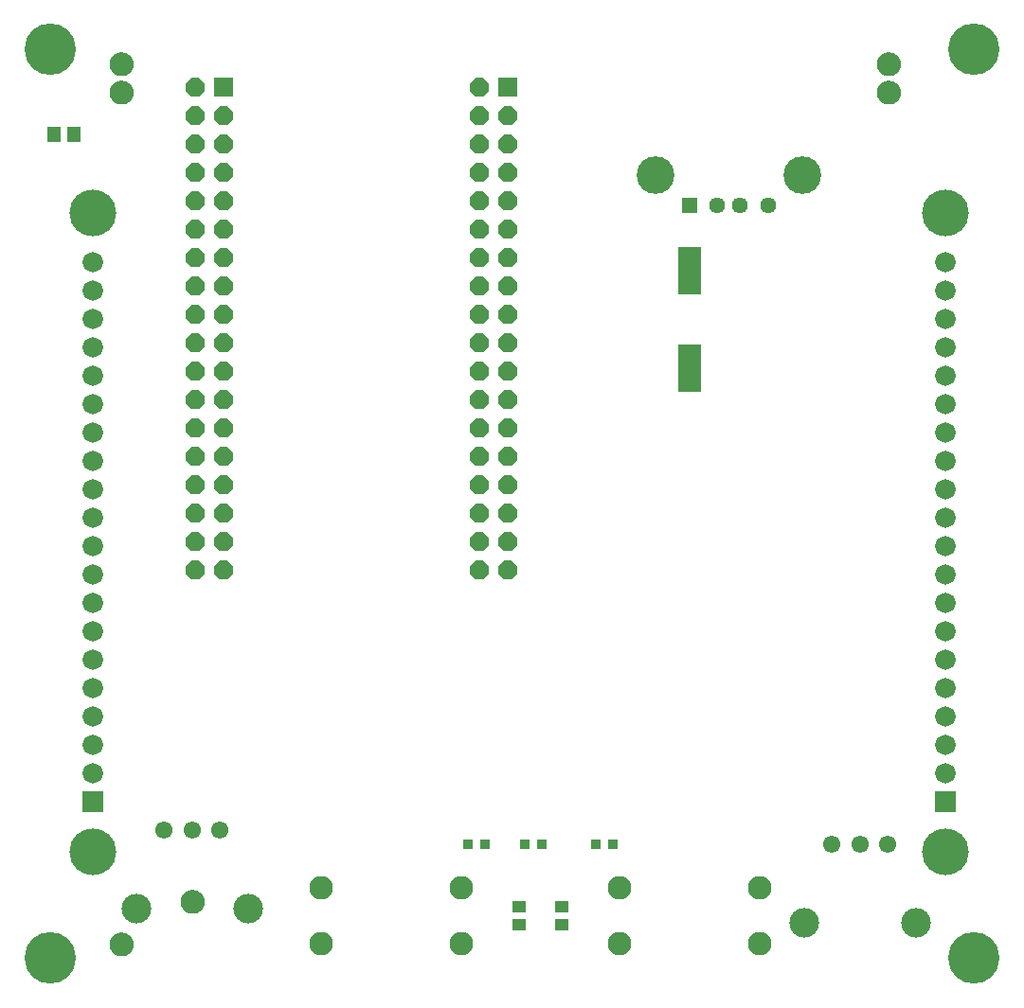
<source format=gbr>
G04 EAGLE Gerber RS-274X export*
G75*
%MOMM*%
%FSLAX34Y34*%
%LPD*%
%INSoldermask Top*%
%IPPOS*%
%AMOC8*
5,1,8,0,0,1.08239X$1,22.5*%
G01*
%ADD10R,2.152400X4.252400*%
%ADD11R,0.952400X0.952400*%
%ADD12C,0.609600*%
%ADD13C,1.168400*%
%ADD14R,1.828800X1.828800*%
%ADD15C,1.828800*%
%ADD16C,4.168400*%
%ADD17R,1.440400X1.440400*%
%ADD18C,1.440400*%
%ADD19C,3.372400*%
%ADD20C,4.597400*%
%ADD21C,1.552400*%
%ADD22C,2.652400*%
%ADD23R,1.183641X1.102359*%
%ADD24R,1.295400X1.422400*%
%ADD25C,2.112400*%
%ADD26R,1.676400X1.676400*%
%ADD27P,1.814519X8X292.500000*%


D10*
X609600Y653100D03*
X609600Y566100D03*
D11*
X411600Y139700D03*
X426600Y139700D03*
X462400Y139700D03*
X477400Y139700D03*
X525900Y139700D03*
X540900Y139700D03*
D12*
X93980Y838200D02*
X93982Y838387D01*
X93989Y838574D01*
X94001Y838761D01*
X94017Y838947D01*
X94037Y839133D01*
X94062Y839318D01*
X94092Y839503D01*
X94126Y839687D01*
X94165Y839870D01*
X94208Y840052D01*
X94256Y840232D01*
X94308Y840412D01*
X94365Y840590D01*
X94425Y840767D01*
X94491Y840942D01*
X94560Y841116D01*
X94634Y841288D01*
X94712Y841458D01*
X94794Y841626D01*
X94880Y841792D01*
X94970Y841956D01*
X95064Y842117D01*
X95162Y842277D01*
X95264Y842433D01*
X95370Y842588D01*
X95480Y842739D01*
X95593Y842888D01*
X95710Y843034D01*
X95830Y843177D01*
X95954Y843317D01*
X96081Y843454D01*
X96212Y843588D01*
X96346Y843719D01*
X96483Y843846D01*
X96623Y843970D01*
X96766Y844090D01*
X96912Y844207D01*
X97061Y844320D01*
X97212Y844430D01*
X97367Y844536D01*
X97523Y844638D01*
X97683Y844736D01*
X97844Y844830D01*
X98008Y844920D01*
X98174Y845006D01*
X98342Y845088D01*
X98512Y845166D01*
X98684Y845240D01*
X98858Y845309D01*
X99033Y845375D01*
X99210Y845435D01*
X99388Y845492D01*
X99568Y845544D01*
X99748Y845592D01*
X99930Y845635D01*
X100113Y845674D01*
X100297Y845708D01*
X100482Y845738D01*
X100667Y845763D01*
X100853Y845783D01*
X101039Y845799D01*
X101226Y845811D01*
X101413Y845818D01*
X101600Y845820D01*
X101787Y845818D01*
X101974Y845811D01*
X102161Y845799D01*
X102347Y845783D01*
X102533Y845763D01*
X102718Y845738D01*
X102903Y845708D01*
X103087Y845674D01*
X103270Y845635D01*
X103452Y845592D01*
X103632Y845544D01*
X103812Y845492D01*
X103990Y845435D01*
X104167Y845375D01*
X104342Y845309D01*
X104516Y845240D01*
X104688Y845166D01*
X104858Y845088D01*
X105026Y845006D01*
X105192Y844920D01*
X105356Y844830D01*
X105517Y844736D01*
X105677Y844638D01*
X105833Y844536D01*
X105988Y844430D01*
X106139Y844320D01*
X106288Y844207D01*
X106434Y844090D01*
X106577Y843970D01*
X106717Y843846D01*
X106854Y843719D01*
X106988Y843588D01*
X107119Y843454D01*
X107246Y843317D01*
X107370Y843177D01*
X107490Y843034D01*
X107607Y842888D01*
X107720Y842739D01*
X107830Y842588D01*
X107936Y842433D01*
X108038Y842277D01*
X108136Y842117D01*
X108230Y841956D01*
X108320Y841792D01*
X108406Y841626D01*
X108488Y841458D01*
X108566Y841288D01*
X108640Y841116D01*
X108709Y840942D01*
X108775Y840767D01*
X108835Y840590D01*
X108892Y840412D01*
X108944Y840232D01*
X108992Y840052D01*
X109035Y839870D01*
X109074Y839687D01*
X109108Y839503D01*
X109138Y839318D01*
X109163Y839133D01*
X109183Y838947D01*
X109199Y838761D01*
X109211Y838574D01*
X109218Y838387D01*
X109220Y838200D01*
X109218Y838013D01*
X109211Y837826D01*
X109199Y837639D01*
X109183Y837453D01*
X109163Y837267D01*
X109138Y837082D01*
X109108Y836897D01*
X109074Y836713D01*
X109035Y836530D01*
X108992Y836348D01*
X108944Y836168D01*
X108892Y835988D01*
X108835Y835810D01*
X108775Y835633D01*
X108709Y835458D01*
X108640Y835284D01*
X108566Y835112D01*
X108488Y834942D01*
X108406Y834774D01*
X108320Y834608D01*
X108230Y834444D01*
X108136Y834283D01*
X108038Y834123D01*
X107936Y833967D01*
X107830Y833812D01*
X107720Y833661D01*
X107607Y833512D01*
X107490Y833366D01*
X107370Y833223D01*
X107246Y833083D01*
X107119Y832946D01*
X106988Y832812D01*
X106854Y832681D01*
X106717Y832554D01*
X106577Y832430D01*
X106434Y832310D01*
X106288Y832193D01*
X106139Y832080D01*
X105988Y831970D01*
X105833Y831864D01*
X105677Y831762D01*
X105517Y831664D01*
X105356Y831570D01*
X105192Y831480D01*
X105026Y831394D01*
X104858Y831312D01*
X104688Y831234D01*
X104516Y831160D01*
X104342Y831091D01*
X104167Y831025D01*
X103990Y830965D01*
X103812Y830908D01*
X103632Y830856D01*
X103452Y830808D01*
X103270Y830765D01*
X103087Y830726D01*
X102903Y830692D01*
X102718Y830662D01*
X102533Y830637D01*
X102347Y830617D01*
X102161Y830601D01*
X101974Y830589D01*
X101787Y830582D01*
X101600Y830580D01*
X101413Y830582D01*
X101226Y830589D01*
X101039Y830601D01*
X100853Y830617D01*
X100667Y830637D01*
X100482Y830662D01*
X100297Y830692D01*
X100113Y830726D01*
X99930Y830765D01*
X99748Y830808D01*
X99568Y830856D01*
X99388Y830908D01*
X99210Y830965D01*
X99033Y831025D01*
X98858Y831091D01*
X98684Y831160D01*
X98512Y831234D01*
X98342Y831312D01*
X98174Y831394D01*
X98008Y831480D01*
X97844Y831570D01*
X97683Y831664D01*
X97523Y831762D01*
X97367Y831864D01*
X97212Y831970D01*
X97061Y832080D01*
X96912Y832193D01*
X96766Y832310D01*
X96623Y832430D01*
X96483Y832554D01*
X96346Y832681D01*
X96212Y832812D01*
X96081Y832946D01*
X95954Y833083D01*
X95830Y833223D01*
X95710Y833366D01*
X95593Y833512D01*
X95480Y833661D01*
X95370Y833812D01*
X95264Y833967D01*
X95162Y834123D01*
X95064Y834283D01*
X94970Y834444D01*
X94880Y834608D01*
X94794Y834774D01*
X94712Y834942D01*
X94634Y835112D01*
X94560Y835284D01*
X94491Y835458D01*
X94425Y835633D01*
X94365Y835810D01*
X94308Y835988D01*
X94256Y836168D01*
X94208Y836348D01*
X94165Y836530D01*
X94126Y836713D01*
X94092Y836897D01*
X94062Y837082D01*
X94037Y837267D01*
X94017Y837453D01*
X94001Y837639D01*
X93989Y837826D01*
X93982Y838013D01*
X93980Y838200D01*
D13*
X101600Y838200D03*
D12*
X93980Y812800D02*
X93982Y812987D01*
X93989Y813174D01*
X94001Y813361D01*
X94017Y813547D01*
X94037Y813733D01*
X94062Y813918D01*
X94092Y814103D01*
X94126Y814287D01*
X94165Y814470D01*
X94208Y814652D01*
X94256Y814832D01*
X94308Y815012D01*
X94365Y815190D01*
X94425Y815367D01*
X94491Y815542D01*
X94560Y815716D01*
X94634Y815888D01*
X94712Y816058D01*
X94794Y816226D01*
X94880Y816392D01*
X94970Y816556D01*
X95064Y816717D01*
X95162Y816877D01*
X95264Y817033D01*
X95370Y817188D01*
X95480Y817339D01*
X95593Y817488D01*
X95710Y817634D01*
X95830Y817777D01*
X95954Y817917D01*
X96081Y818054D01*
X96212Y818188D01*
X96346Y818319D01*
X96483Y818446D01*
X96623Y818570D01*
X96766Y818690D01*
X96912Y818807D01*
X97061Y818920D01*
X97212Y819030D01*
X97367Y819136D01*
X97523Y819238D01*
X97683Y819336D01*
X97844Y819430D01*
X98008Y819520D01*
X98174Y819606D01*
X98342Y819688D01*
X98512Y819766D01*
X98684Y819840D01*
X98858Y819909D01*
X99033Y819975D01*
X99210Y820035D01*
X99388Y820092D01*
X99568Y820144D01*
X99748Y820192D01*
X99930Y820235D01*
X100113Y820274D01*
X100297Y820308D01*
X100482Y820338D01*
X100667Y820363D01*
X100853Y820383D01*
X101039Y820399D01*
X101226Y820411D01*
X101413Y820418D01*
X101600Y820420D01*
X101787Y820418D01*
X101974Y820411D01*
X102161Y820399D01*
X102347Y820383D01*
X102533Y820363D01*
X102718Y820338D01*
X102903Y820308D01*
X103087Y820274D01*
X103270Y820235D01*
X103452Y820192D01*
X103632Y820144D01*
X103812Y820092D01*
X103990Y820035D01*
X104167Y819975D01*
X104342Y819909D01*
X104516Y819840D01*
X104688Y819766D01*
X104858Y819688D01*
X105026Y819606D01*
X105192Y819520D01*
X105356Y819430D01*
X105517Y819336D01*
X105677Y819238D01*
X105833Y819136D01*
X105988Y819030D01*
X106139Y818920D01*
X106288Y818807D01*
X106434Y818690D01*
X106577Y818570D01*
X106717Y818446D01*
X106854Y818319D01*
X106988Y818188D01*
X107119Y818054D01*
X107246Y817917D01*
X107370Y817777D01*
X107490Y817634D01*
X107607Y817488D01*
X107720Y817339D01*
X107830Y817188D01*
X107936Y817033D01*
X108038Y816877D01*
X108136Y816717D01*
X108230Y816556D01*
X108320Y816392D01*
X108406Y816226D01*
X108488Y816058D01*
X108566Y815888D01*
X108640Y815716D01*
X108709Y815542D01*
X108775Y815367D01*
X108835Y815190D01*
X108892Y815012D01*
X108944Y814832D01*
X108992Y814652D01*
X109035Y814470D01*
X109074Y814287D01*
X109108Y814103D01*
X109138Y813918D01*
X109163Y813733D01*
X109183Y813547D01*
X109199Y813361D01*
X109211Y813174D01*
X109218Y812987D01*
X109220Y812800D01*
X109218Y812613D01*
X109211Y812426D01*
X109199Y812239D01*
X109183Y812053D01*
X109163Y811867D01*
X109138Y811682D01*
X109108Y811497D01*
X109074Y811313D01*
X109035Y811130D01*
X108992Y810948D01*
X108944Y810768D01*
X108892Y810588D01*
X108835Y810410D01*
X108775Y810233D01*
X108709Y810058D01*
X108640Y809884D01*
X108566Y809712D01*
X108488Y809542D01*
X108406Y809374D01*
X108320Y809208D01*
X108230Y809044D01*
X108136Y808883D01*
X108038Y808723D01*
X107936Y808567D01*
X107830Y808412D01*
X107720Y808261D01*
X107607Y808112D01*
X107490Y807966D01*
X107370Y807823D01*
X107246Y807683D01*
X107119Y807546D01*
X106988Y807412D01*
X106854Y807281D01*
X106717Y807154D01*
X106577Y807030D01*
X106434Y806910D01*
X106288Y806793D01*
X106139Y806680D01*
X105988Y806570D01*
X105833Y806464D01*
X105677Y806362D01*
X105517Y806264D01*
X105356Y806170D01*
X105192Y806080D01*
X105026Y805994D01*
X104858Y805912D01*
X104688Y805834D01*
X104516Y805760D01*
X104342Y805691D01*
X104167Y805625D01*
X103990Y805565D01*
X103812Y805508D01*
X103632Y805456D01*
X103452Y805408D01*
X103270Y805365D01*
X103087Y805326D01*
X102903Y805292D01*
X102718Y805262D01*
X102533Y805237D01*
X102347Y805217D01*
X102161Y805201D01*
X101974Y805189D01*
X101787Y805182D01*
X101600Y805180D01*
X101413Y805182D01*
X101226Y805189D01*
X101039Y805201D01*
X100853Y805217D01*
X100667Y805237D01*
X100482Y805262D01*
X100297Y805292D01*
X100113Y805326D01*
X99930Y805365D01*
X99748Y805408D01*
X99568Y805456D01*
X99388Y805508D01*
X99210Y805565D01*
X99033Y805625D01*
X98858Y805691D01*
X98684Y805760D01*
X98512Y805834D01*
X98342Y805912D01*
X98174Y805994D01*
X98008Y806080D01*
X97844Y806170D01*
X97683Y806264D01*
X97523Y806362D01*
X97367Y806464D01*
X97212Y806570D01*
X97061Y806680D01*
X96912Y806793D01*
X96766Y806910D01*
X96623Y807030D01*
X96483Y807154D01*
X96346Y807281D01*
X96212Y807412D01*
X96081Y807546D01*
X95954Y807683D01*
X95830Y807823D01*
X95710Y807966D01*
X95593Y808112D01*
X95480Y808261D01*
X95370Y808412D01*
X95264Y808567D01*
X95162Y808723D01*
X95064Y808883D01*
X94970Y809044D01*
X94880Y809208D01*
X94794Y809374D01*
X94712Y809542D01*
X94634Y809712D01*
X94560Y809884D01*
X94491Y810058D01*
X94425Y810233D01*
X94365Y810410D01*
X94308Y810588D01*
X94256Y810768D01*
X94208Y810948D01*
X94165Y811130D01*
X94126Y811313D01*
X94092Y811497D01*
X94062Y811682D01*
X94037Y811867D01*
X94017Y812053D01*
X94001Y812239D01*
X93989Y812426D01*
X93982Y812613D01*
X93980Y812800D01*
D13*
X101600Y812800D03*
D12*
X779780Y838200D02*
X779782Y838387D01*
X779789Y838574D01*
X779801Y838761D01*
X779817Y838947D01*
X779837Y839133D01*
X779862Y839318D01*
X779892Y839503D01*
X779926Y839687D01*
X779965Y839870D01*
X780008Y840052D01*
X780056Y840232D01*
X780108Y840412D01*
X780165Y840590D01*
X780225Y840767D01*
X780291Y840942D01*
X780360Y841116D01*
X780434Y841288D01*
X780512Y841458D01*
X780594Y841626D01*
X780680Y841792D01*
X780770Y841956D01*
X780864Y842117D01*
X780962Y842277D01*
X781064Y842433D01*
X781170Y842588D01*
X781280Y842739D01*
X781393Y842888D01*
X781510Y843034D01*
X781630Y843177D01*
X781754Y843317D01*
X781881Y843454D01*
X782012Y843588D01*
X782146Y843719D01*
X782283Y843846D01*
X782423Y843970D01*
X782566Y844090D01*
X782712Y844207D01*
X782861Y844320D01*
X783012Y844430D01*
X783167Y844536D01*
X783323Y844638D01*
X783483Y844736D01*
X783644Y844830D01*
X783808Y844920D01*
X783974Y845006D01*
X784142Y845088D01*
X784312Y845166D01*
X784484Y845240D01*
X784658Y845309D01*
X784833Y845375D01*
X785010Y845435D01*
X785188Y845492D01*
X785368Y845544D01*
X785548Y845592D01*
X785730Y845635D01*
X785913Y845674D01*
X786097Y845708D01*
X786282Y845738D01*
X786467Y845763D01*
X786653Y845783D01*
X786839Y845799D01*
X787026Y845811D01*
X787213Y845818D01*
X787400Y845820D01*
X787587Y845818D01*
X787774Y845811D01*
X787961Y845799D01*
X788147Y845783D01*
X788333Y845763D01*
X788518Y845738D01*
X788703Y845708D01*
X788887Y845674D01*
X789070Y845635D01*
X789252Y845592D01*
X789432Y845544D01*
X789612Y845492D01*
X789790Y845435D01*
X789967Y845375D01*
X790142Y845309D01*
X790316Y845240D01*
X790488Y845166D01*
X790658Y845088D01*
X790826Y845006D01*
X790992Y844920D01*
X791156Y844830D01*
X791317Y844736D01*
X791477Y844638D01*
X791633Y844536D01*
X791788Y844430D01*
X791939Y844320D01*
X792088Y844207D01*
X792234Y844090D01*
X792377Y843970D01*
X792517Y843846D01*
X792654Y843719D01*
X792788Y843588D01*
X792919Y843454D01*
X793046Y843317D01*
X793170Y843177D01*
X793290Y843034D01*
X793407Y842888D01*
X793520Y842739D01*
X793630Y842588D01*
X793736Y842433D01*
X793838Y842277D01*
X793936Y842117D01*
X794030Y841956D01*
X794120Y841792D01*
X794206Y841626D01*
X794288Y841458D01*
X794366Y841288D01*
X794440Y841116D01*
X794509Y840942D01*
X794575Y840767D01*
X794635Y840590D01*
X794692Y840412D01*
X794744Y840232D01*
X794792Y840052D01*
X794835Y839870D01*
X794874Y839687D01*
X794908Y839503D01*
X794938Y839318D01*
X794963Y839133D01*
X794983Y838947D01*
X794999Y838761D01*
X795011Y838574D01*
X795018Y838387D01*
X795020Y838200D01*
X795018Y838013D01*
X795011Y837826D01*
X794999Y837639D01*
X794983Y837453D01*
X794963Y837267D01*
X794938Y837082D01*
X794908Y836897D01*
X794874Y836713D01*
X794835Y836530D01*
X794792Y836348D01*
X794744Y836168D01*
X794692Y835988D01*
X794635Y835810D01*
X794575Y835633D01*
X794509Y835458D01*
X794440Y835284D01*
X794366Y835112D01*
X794288Y834942D01*
X794206Y834774D01*
X794120Y834608D01*
X794030Y834444D01*
X793936Y834283D01*
X793838Y834123D01*
X793736Y833967D01*
X793630Y833812D01*
X793520Y833661D01*
X793407Y833512D01*
X793290Y833366D01*
X793170Y833223D01*
X793046Y833083D01*
X792919Y832946D01*
X792788Y832812D01*
X792654Y832681D01*
X792517Y832554D01*
X792377Y832430D01*
X792234Y832310D01*
X792088Y832193D01*
X791939Y832080D01*
X791788Y831970D01*
X791633Y831864D01*
X791477Y831762D01*
X791317Y831664D01*
X791156Y831570D01*
X790992Y831480D01*
X790826Y831394D01*
X790658Y831312D01*
X790488Y831234D01*
X790316Y831160D01*
X790142Y831091D01*
X789967Y831025D01*
X789790Y830965D01*
X789612Y830908D01*
X789432Y830856D01*
X789252Y830808D01*
X789070Y830765D01*
X788887Y830726D01*
X788703Y830692D01*
X788518Y830662D01*
X788333Y830637D01*
X788147Y830617D01*
X787961Y830601D01*
X787774Y830589D01*
X787587Y830582D01*
X787400Y830580D01*
X787213Y830582D01*
X787026Y830589D01*
X786839Y830601D01*
X786653Y830617D01*
X786467Y830637D01*
X786282Y830662D01*
X786097Y830692D01*
X785913Y830726D01*
X785730Y830765D01*
X785548Y830808D01*
X785368Y830856D01*
X785188Y830908D01*
X785010Y830965D01*
X784833Y831025D01*
X784658Y831091D01*
X784484Y831160D01*
X784312Y831234D01*
X784142Y831312D01*
X783974Y831394D01*
X783808Y831480D01*
X783644Y831570D01*
X783483Y831664D01*
X783323Y831762D01*
X783167Y831864D01*
X783012Y831970D01*
X782861Y832080D01*
X782712Y832193D01*
X782566Y832310D01*
X782423Y832430D01*
X782283Y832554D01*
X782146Y832681D01*
X782012Y832812D01*
X781881Y832946D01*
X781754Y833083D01*
X781630Y833223D01*
X781510Y833366D01*
X781393Y833512D01*
X781280Y833661D01*
X781170Y833812D01*
X781064Y833967D01*
X780962Y834123D01*
X780864Y834283D01*
X780770Y834444D01*
X780680Y834608D01*
X780594Y834774D01*
X780512Y834942D01*
X780434Y835112D01*
X780360Y835284D01*
X780291Y835458D01*
X780225Y835633D01*
X780165Y835810D01*
X780108Y835988D01*
X780056Y836168D01*
X780008Y836348D01*
X779965Y836530D01*
X779926Y836713D01*
X779892Y836897D01*
X779862Y837082D01*
X779837Y837267D01*
X779817Y837453D01*
X779801Y837639D01*
X779789Y837826D01*
X779782Y838013D01*
X779780Y838200D01*
D13*
X787400Y838200D03*
D12*
X779780Y812800D02*
X779782Y812987D01*
X779789Y813174D01*
X779801Y813361D01*
X779817Y813547D01*
X779837Y813733D01*
X779862Y813918D01*
X779892Y814103D01*
X779926Y814287D01*
X779965Y814470D01*
X780008Y814652D01*
X780056Y814832D01*
X780108Y815012D01*
X780165Y815190D01*
X780225Y815367D01*
X780291Y815542D01*
X780360Y815716D01*
X780434Y815888D01*
X780512Y816058D01*
X780594Y816226D01*
X780680Y816392D01*
X780770Y816556D01*
X780864Y816717D01*
X780962Y816877D01*
X781064Y817033D01*
X781170Y817188D01*
X781280Y817339D01*
X781393Y817488D01*
X781510Y817634D01*
X781630Y817777D01*
X781754Y817917D01*
X781881Y818054D01*
X782012Y818188D01*
X782146Y818319D01*
X782283Y818446D01*
X782423Y818570D01*
X782566Y818690D01*
X782712Y818807D01*
X782861Y818920D01*
X783012Y819030D01*
X783167Y819136D01*
X783323Y819238D01*
X783483Y819336D01*
X783644Y819430D01*
X783808Y819520D01*
X783974Y819606D01*
X784142Y819688D01*
X784312Y819766D01*
X784484Y819840D01*
X784658Y819909D01*
X784833Y819975D01*
X785010Y820035D01*
X785188Y820092D01*
X785368Y820144D01*
X785548Y820192D01*
X785730Y820235D01*
X785913Y820274D01*
X786097Y820308D01*
X786282Y820338D01*
X786467Y820363D01*
X786653Y820383D01*
X786839Y820399D01*
X787026Y820411D01*
X787213Y820418D01*
X787400Y820420D01*
X787587Y820418D01*
X787774Y820411D01*
X787961Y820399D01*
X788147Y820383D01*
X788333Y820363D01*
X788518Y820338D01*
X788703Y820308D01*
X788887Y820274D01*
X789070Y820235D01*
X789252Y820192D01*
X789432Y820144D01*
X789612Y820092D01*
X789790Y820035D01*
X789967Y819975D01*
X790142Y819909D01*
X790316Y819840D01*
X790488Y819766D01*
X790658Y819688D01*
X790826Y819606D01*
X790992Y819520D01*
X791156Y819430D01*
X791317Y819336D01*
X791477Y819238D01*
X791633Y819136D01*
X791788Y819030D01*
X791939Y818920D01*
X792088Y818807D01*
X792234Y818690D01*
X792377Y818570D01*
X792517Y818446D01*
X792654Y818319D01*
X792788Y818188D01*
X792919Y818054D01*
X793046Y817917D01*
X793170Y817777D01*
X793290Y817634D01*
X793407Y817488D01*
X793520Y817339D01*
X793630Y817188D01*
X793736Y817033D01*
X793838Y816877D01*
X793936Y816717D01*
X794030Y816556D01*
X794120Y816392D01*
X794206Y816226D01*
X794288Y816058D01*
X794366Y815888D01*
X794440Y815716D01*
X794509Y815542D01*
X794575Y815367D01*
X794635Y815190D01*
X794692Y815012D01*
X794744Y814832D01*
X794792Y814652D01*
X794835Y814470D01*
X794874Y814287D01*
X794908Y814103D01*
X794938Y813918D01*
X794963Y813733D01*
X794983Y813547D01*
X794999Y813361D01*
X795011Y813174D01*
X795018Y812987D01*
X795020Y812800D01*
X795018Y812613D01*
X795011Y812426D01*
X794999Y812239D01*
X794983Y812053D01*
X794963Y811867D01*
X794938Y811682D01*
X794908Y811497D01*
X794874Y811313D01*
X794835Y811130D01*
X794792Y810948D01*
X794744Y810768D01*
X794692Y810588D01*
X794635Y810410D01*
X794575Y810233D01*
X794509Y810058D01*
X794440Y809884D01*
X794366Y809712D01*
X794288Y809542D01*
X794206Y809374D01*
X794120Y809208D01*
X794030Y809044D01*
X793936Y808883D01*
X793838Y808723D01*
X793736Y808567D01*
X793630Y808412D01*
X793520Y808261D01*
X793407Y808112D01*
X793290Y807966D01*
X793170Y807823D01*
X793046Y807683D01*
X792919Y807546D01*
X792788Y807412D01*
X792654Y807281D01*
X792517Y807154D01*
X792377Y807030D01*
X792234Y806910D01*
X792088Y806793D01*
X791939Y806680D01*
X791788Y806570D01*
X791633Y806464D01*
X791477Y806362D01*
X791317Y806264D01*
X791156Y806170D01*
X790992Y806080D01*
X790826Y805994D01*
X790658Y805912D01*
X790488Y805834D01*
X790316Y805760D01*
X790142Y805691D01*
X789967Y805625D01*
X789790Y805565D01*
X789612Y805508D01*
X789432Y805456D01*
X789252Y805408D01*
X789070Y805365D01*
X788887Y805326D01*
X788703Y805292D01*
X788518Y805262D01*
X788333Y805237D01*
X788147Y805217D01*
X787961Y805201D01*
X787774Y805189D01*
X787587Y805182D01*
X787400Y805180D01*
X787213Y805182D01*
X787026Y805189D01*
X786839Y805201D01*
X786653Y805217D01*
X786467Y805237D01*
X786282Y805262D01*
X786097Y805292D01*
X785913Y805326D01*
X785730Y805365D01*
X785548Y805408D01*
X785368Y805456D01*
X785188Y805508D01*
X785010Y805565D01*
X784833Y805625D01*
X784658Y805691D01*
X784484Y805760D01*
X784312Y805834D01*
X784142Y805912D01*
X783974Y805994D01*
X783808Y806080D01*
X783644Y806170D01*
X783483Y806264D01*
X783323Y806362D01*
X783167Y806464D01*
X783012Y806570D01*
X782861Y806680D01*
X782712Y806793D01*
X782566Y806910D01*
X782423Y807030D01*
X782283Y807154D01*
X782146Y807281D01*
X782012Y807412D01*
X781881Y807546D01*
X781754Y807683D01*
X781630Y807823D01*
X781510Y807966D01*
X781393Y808112D01*
X781280Y808261D01*
X781170Y808412D01*
X781064Y808567D01*
X780962Y808723D01*
X780864Y808883D01*
X780770Y809044D01*
X780680Y809208D01*
X780594Y809374D01*
X780512Y809542D01*
X780434Y809712D01*
X780360Y809884D01*
X780291Y810058D01*
X780225Y810233D01*
X780165Y810410D01*
X780108Y810588D01*
X780056Y810768D01*
X780008Y810948D01*
X779965Y811130D01*
X779926Y811313D01*
X779892Y811497D01*
X779862Y811682D01*
X779837Y811867D01*
X779817Y812053D01*
X779801Y812239D01*
X779789Y812426D01*
X779782Y812613D01*
X779780Y812800D01*
D13*
X787400Y812800D03*
D12*
X93980Y50800D02*
X93982Y50987D01*
X93989Y51174D01*
X94001Y51361D01*
X94017Y51547D01*
X94037Y51733D01*
X94062Y51918D01*
X94092Y52103D01*
X94126Y52287D01*
X94165Y52470D01*
X94208Y52652D01*
X94256Y52832D01*
X94308Y53012D01*
X94365Y53190D01*
X94425Y53367D01*
X94491Y53542D01*
X94560Y53716D01*
X94634Y53888D01*
X94712Y54058D01*
X94794Y54226D01*
X94880Y54392D01*
X94970Y54556D01*
X95064Y54717D01*
X95162Y54877D01*
X95264Y55033D01*
X95370Y55188D01*
X95480Y55339D01*
X95593Y55488D01*
X95710Y55634D01*
X95830Y55777D01*
X95954Y55917D01*
X96081Y56054D01*
X96212Y56188D01*
X96346Y56319D01*
X96483Y56446D01*
X96623Y56570D01*
X96766Y56690D01*
X96912Y56807D01*
X97061Y56920D01*
X97212Y57030D01*
X97367Y57136D01*
X97523Y57238D01*
X97683Y57336D01*
X97844Y57430D01*
X98008Y57520D01*
X98174Y57606D01*
X98342Y57688D01*
X98512Y57766D01*
X98684Y57840D01*
X98858Y57909D01*
X99033Y57975D01*
X99210Y58035D01*
X99388Y58092D01*
X99568Y58144D01*
X99748Y58192D01*
X99930Y58235D01*
X100113Y58274D01*
X100297Y58308D01*
X100482Y58338D01*
X100667Y58363D01*
X100853Y58383D01*
X101039Y58399D01*
X101226Y58411D01*
X101413Y58418D01*
X101600Y58420D01*
X101787Y58418D01*
X101974Y58411D01*
X102161Y58399D01*
X102347Y58383D01*
X102533Y58363D01*
X102718Y58338D01*
X102903Y58308D01*
X103087Y58274D01*
X103270Y58235D01*
X103452Y58192D01*
X103632Y58144D01*
X103812Y58092D01*
X103990Y58035D01*
X104167Y57975D01*
X104342Y57909D01*
X104516Y57840D01*
X104688Y57766D01*
X104858Y57688D01*
X105026Y57606D01*
X105192Y57520D01*
X105356Y57430D01*
X105517Y57336D01*
X105677Y57238D01*
X105833Y57136D01*
X105988Y57030D01*
X106139Y56920D01*
X106288Y56807D01*
X106434Y56690D01*
X106577Y56570D01*
X106717Y56446D01*
X106854Y56319D01*
X106988Y56188D01*
X107119Y56054D01*
X107246Y55917D01*
X107370Y55777D01*
X107490Y55634D01*
X107607Y55488D01*
X107720Y55339D01*
X107830Y55188D01*
X107936Y55033D01*
X108038Y54877D01*
X108136Y54717D01*
X108230Y54556D01*
X108320Y54392D01*
X108406Y54226D01*
X108488Y54058D01*
X108566Y53888D01*
X108640Y53716D01*
X108709Y53542D01*
X108775Y53367D01*
X108835Y53190D01*
X108892Y53012D01*
X108944Y52832D01*
X108992Y52652D01*
X109035Y52470D01*
X109074Y52287D01*
X109108Y52103D01*
X109138Y51918D01*
X109163Y51733D01*
X109183Y51547D01*
X109199Y51361D01*
X109211Y51174D01*
X109218Y50987D01*
X109220Y50800D01*
X109218Y50613D01*
X109211Y50426D01*
X109199Y50239D01*
X109183Y50053D01*
X109163Y49867D01*
X109138Y49682D01*
X109108Y49497D01*
X109074Y49313D01*
X109035Y49130D01*
X108992Y48948D01*
X108944Y48768D01*
X108892Y48588D01*
X108835Y48410D01*
X108775Y48233D01*
X108709Y48058D01*
X108640Y47884D01*
X108566Y47712D01*
X108488Y47542D01*
X108406Y47374D01*
X108320Y47208D01*
X108230Y47044D01*
X108136Y46883D01*
X108038Y46723D01*
X107936Y46567D01*
X107830Y46412D01*
X107720Y46261D01*
X107607Y46112D01*
X107490Y45966D01*
X107370Y45823D01*
X107246Y45683D01*
X107119Y45546D01*
X106988Y45412D01*
X106854Y45281D01*
X106717Y45154D01*
X106577Y45030D01*
X106434Y44910D01*
X106288Y44793D01*
X106139Y44680D01*
X105988Y44570D01*
X105833Y44464D01*
X105677Y44362D01*
X105517Y44264D01*
X105356Y44170D01*
X105192Y44080D01*
X105026Y43994D01*
X104858Y43912D01*
X104688Y43834D01*
X104516Y43760D01*
X104342Y43691D01*
X104167Y43625D01*
X103990Y43565D01*
X103812Y43508D01*
X103632Y43456D01*
X103452Y43408D01*
X103270Y43365D01*
X103087Y43326D01*
X102903Y43292D01*
X102718Y43262D01*
X102533Y43237D01*
X102347Y43217D01*
X102161Y43201D01*
X101974Y43189D01*
X101787Y43182D01*
X101600Y43180D01*
X101413Y43182D01*
X101226Y43189D01*
X101039Y43201D01*
X100853Y43217D01*
X100667Y43237D01*
X100482Y43262D01*
X100297Y43292D01*
X100113Y43326D01*
X99930Y43365D01*
X99748Y43408D01*
X99568Y43456D01*
X99388Y43508D01*
X99210Y43565D01*
X99033Y43625D01*
X98858Y43691D01*
X98684Y43760D01*
X98512Y43834D01*
X98342Y43912D01*
X98174Y43994D01*
X98008Y44080D01*
X97844Y44170D01*
X97683Y44264D01*
X97523Y44362D01*
X97367Y44464D01*
X97212Y44570D01*
X97061Y44680D01*
X96912Y44793D01*
X96766Y44910D01*
X96623Y45030D01*
X96483Y45154D01*
X96346Y45281D01*
X96212Y45412D01*
X96081Y45546D01*
X95954Y45683D01*
X95830Y45823D01*
X95710Y45966D01*
X95593Y46112D01*
X95480Y46261D01*
X95370Y46412D01*
X95264Y46567D01*
X95162Y46723D01*
X95064Y46883D01*
X94970Y47044D01*
X94880Y47208D01*
X94794Y47374D01*
X94712Y47542D01*
X94634Y47712D01*
X94560Y47884D01*
X94491Y48058D01*
X94425Y48233D01*
X94365Y48410D01*
X94308Y48588D01*
X94256Y48768D01*
X94208Y48948D01*
X94165Y49130D01*
X94126Y49313D01*
X94092Y49497D01*
X94062Y49682D01*
X94037Y49867D01*
X94017Y50053D01*
X94001Y50239D01*
X93989Y50426D01*
X93982Y50613D01*
X93980Y50800D01*
D13*
X101600Y50800D03*
D12*
X157480Y88900D02*
X157482Y89087D01*
X157489Y89274D01*
X157501Y89461D01*
X157517Y89647D01*
X157537Y89833D01*
X157562Y90018D01*
X157592Y90203D01*
X157626Y90387D01*
X157665Y90570D01*
X157708Y90752D01*
X157756Y90932D01*
X157808Y91112D01*
X157865Y91290D01*
X157925Y91467D01*
X157991Y91642D01*
X158060Y91816D01*
X158134Y91988D01*
X158212Y92158D01*
X158294Y92326D01*
X158380Y92492D01*
X158470Y92656D01*
X158564Y92817D01*
X158662Y92977D01*
X158764Y93133D01*
X158870Y93288D01*
X158980Y93439D01*
X159093Y93588D01*
X159210Y93734D01*
X159330Y93877D01*
X159454Y94017D01*
X159581Y94154D01*
X159712Y94288D01*
X159846Y94419D01*
X159983Y94546D01*
X160123Y94670D01*
X160266Y94790D01*
X160412Y94907D01*
X160561Y95020D01*
X160712Y95130D01*
X160867Y95236D01*
X161023Y95338D01*
X161183Y95436D01*
X161344Y95530D01*
X161508Y95620D01*
X161674Y95706D01*
X161842Y95788D01*
X162012Y95866D01*
X162184Y95940D01*
X162358Y96009D01*
X162533Y96075D01*
X162710Y96135D01*
X162888Y96192D01*
X163068Y96244D01*
X163248Y96292D01*
X163430Y96335D01*
X163613Y96374D01*
X163797Y96408D01*
X163982Y96438D01*
X164167Y96463D01*
X164353Y96483D01*
X164539Y96499D01*
X164726Y96511D01*
X164913Y96518D01*
X165100Y96520D01*
X165287Y96518D01*
X165474Y96511D01*
X165661Y96499D01*
X165847Y96483D01*
X166033Y96463D01*
X166218Y96438D01*
X166403Y96408D01*
X166587Y96374D01*
X166770Y96335D01*
X166952Y96292D01*
X167132Y96244D01*
X167312Y96192D01*
X167490Y96135D01*
X167667Y96075D01*
X167842Y96009D01*
X168016Y95940D01*
X168188Y95866D01*
X168358Y95788D01*
X168526Y95706D01*
X168692Y95620D01*
X168856Y95530D01*
X169017Y95436D01*
X169177Y95338D01*
X169333Y95236D01*
X169488Y95130D01*
X169639Y95020D01*
X169788Y94907D01*
X169934Y94790D01*
X170077Y94670D01*
X170217Y94546D01*
X170354Y94419D01*
X170488Y94288D01*
X170619Y94154D01*
X170746Y94017D01*
X170870Y93877D01*
X170990Y93734D01*
X171107Y93588D01*
X171220Y93439D01*
X171330Y93288D01*
X171436Y93133D01*
X171538Y92977D01*
X171636Y92817D01*
X171730Y92656D01*
X171820Y92492D01*
X171906Y92326D01*
X171988Y92158D01*
X172066Y91988D01*
X172140Y91816D01*
X172209Y91642D01*
X172275Y91467D01*
X172335Y91290D01*
X172392Y91112D01*
X172444Y90932D01*
X172492Y90752D01*
X172535Y90570D01*
X172574Y90387D01*
X172608Y90203D01*
X172638Y90018D01*
X172663Y89833D01*
X172683Y89647D01*
X172699Y89461D01*
X172711Y89274D01*
X172718Y89087D01*
X172720Y88900D01*
X172718Y88713D01*
X172711Y88526D01*
X172699Y88339D01*
X172683Y88153D01*
X172663Y87967D01*
X172638Y87782D01*
X172608Y87597D01*
X172574Y87413D01*
X172535Y87230D01*
X172492Y87048D01*
X172444Y86868D01*
X172392Y86688D01*
X172335Y86510D01*
X172275Y86333D01*
X172209Y86158D01*
X172140Y85984D01*
X172066Y85812D01*
X171988Y85642D01*
X171906Y85474D01*
X171820Y85308D01*
X171730Y85144D01*
X171636Y84983D01*
X171538Y84823D01*
X171436Y84667D01*
X171330Y84512D01*
X171220Y84361D01*
X171107Y84212D01*
X170990Y84066D01*
X170870Y83923D01*
X170746Y83783D01*
X170619Y83646D01*
X170488Y83512D01*
X170354Y83381D01*
X170217Y83254D01*
X170077Y83130D01*
X169934Y83010D01*
X169788Y82893D01*
X169639Y82780D01*
X169488Y82670D01*
X169333Y82564D01*
X169177Y82462D01*
X169017Y82364D01*
X168856Y82270D01*
X168692Y82180D01*
X168526Y82094D01*
X168358Y82012D01*
X168188Y81934D01*
X168016Y81860D01*
X167842Y81791D01*
X167667Y81725D01*
X167490Y81665D01*
X167312Y81608D01*
X167132Y81556D01*
X166952Y81508D01*
X166770Y81465D01*
X166587Y81426D01*
X166403Y81392D01*
X166218Y81362D01*
X166033Y81337D01*
X165847Y81317D01*
X165661Y81301D01*
X165474Y81289D01*
X165287Y81282D01*
X165100Y81280D01*
X164913Y81282D01*
X164726Y81289D01*
X164539Y81301D01*
X164353Y81317D01*
X164167Y81337D01*
X163982Y81362D01*
X163797Y81392D01*
X163613Y81426D01*
X163430Y81465D01*
X163248Y81508D01*
X163068Y81556D01*
X162888Y81608D01*
X162710Y81665D01*
X162533Y81725D01*
X162358Y81791D01*
X162184Y81860D01*
X162012Y81934D01*
X161842Y82012D01*
X161674Y82094D01*
X161508Y82180D01*
X161344Y82270D01*
X161183Y82364D01*
X161023Y82462D01*
X160867Y82564D01*
X160712Y82670D01*
X160561Y82780D01*
X160412Y82893D01*
X160266Y83010D01*
X160123Y83130D01*
X159983Y83254D01*
X159846Y83381D01*
X159712Y83512D01*
X159581Y83646D01*
X159454Y83783D01*
X159330Y83923D01*
X159210Y84066D01*
X159093Y84212D01*
X158980Y84361D01*
X158870Y84512D01*
X158764Y84667D01*
X158662Y84823D01*
X158564Y84983D01*
X158470Y85144D01*
X158380Y85308D01*
X158294Y85474D01*
X158212Y85642D01*
X158134Y85812D01*
X158060Y85984D01*
X157991Y86158D01*
X157925Y86333D01*
X157865Y86510D01*
X157808Y86688D01*
X157756Y86868D01*
X157708Y87048D01*
X157665Y87230D01*
X157626Y87413D01*
X157592Y87597D01*
X157562Y87782D01*
X157537Y87967D01*
X157517Y88153D01*
X157501Y88339D01*
X157489Y88526D01*
X157482Y88713D01*
X157480Y88900D01*
D13*
X165100Y88900D03*
D14*
X76200Y177800D03*
D15*
X76200Y203200D03*
X76200Y228600D03*
X76200Y254000D03*
X76200Y279400D03*
X76200Y304800D03*
X76200Y330200D03*
X76200Y355600D03*
X76200Y381000D03*
X76200Y406400D03*
X76200Y431800D03*
X76200Y457200D03*
X76200Y482600D03*
X76200Y508000D03*
X76200Y533400D03*
X76200Y558800D03*
X76200Y584200D03*
X76200Y609600D03*
X76200Y635000D03*
X76200Y660400D03*
D14*
X838200Y177800D03*
D15*
X838200Y203200D03*
X838200Y228600D03*
X838200Y254000D03*
X838200Y279400D03*
X838200Y304800D03*
X838200Y330200D03*
X838200Y355600D03*
X838200Y381000D03*
X838200Y406400D03*
X838200Y431800D03*
X838200Y457200D03*
X838200Y482600D03*
X838200Y508000D03*
X838200Y533400D03*
X838200Y558800D03*
X838200Y584200D03*
X838200Y609600D03*
X838200Y635000D03*
X838200Y660400D03*
D16*
X838200Y704850D03*
X838200Y133350D03*
X76200Y704850D03*
X76200Y133350D03*
D17*
X609600Y711200D03*
D18*
X634600Y711200D03*
X654600Y711200D03*
X679600Y711200D03*
D19*
X578900Y738300D03*
X710300Y738300D03*
D20*
X38100Y850900D03*
X38100Y38100D03*
X863600Y38100D03*
X863600Y850900D03*
D21*
X787000Y139700D03*
X762000Y139700D03*
X737000Y139700D03*
D22*
X812000Y69700D03*
X712000Y69700D03*
D21*
X190100Y152400D03*
X165100Y152400D03*
X140100Y152400D03*
D22*
X215100Y82400D03*
X115100Y82400D03*
D23*
X457200Y68199D03*
X457200Y84201D03*
X495300Y68199D03*
X495300Y84201D03*
D24*
X59690Y774700D03*
X41910Y774700D03*
D25*
X405400Y101200D03*
X405400Y51200D03*
X280400Y51200D03*
X280400Y101200D03*
X672100Y101200D03*
X672100Y51200D03*
X547100Y51200D03*
X547100Y101200D03*
D26*
X447300Y817200D03*
D27*
X421900Y817200D03*
X447300Y791800D03*
X421900Y791800D03*
X447300Y766400D03*
X421900Y766400D03*
X447300Y741000D03*
X421900Y741000D03*
X447300Y715600D03*
X421900Y715600D03*
X447300Y690200D03*
X421900Y690200D03*
X447300Y664800D03*
X421900Y664800D03*
X447300Y639400D03*
X421900Y639400D03*
X447300Y614000D03*
X421900Y614000D03*
X447300Y588600D03*
X421900Y588600D03*
X447300Y563200D03*
X421900Y563200D03*
X447300Y537800D03*
X421900Y537800D03*
X447300Y512400D03*
X421900Y512400D03*
X447300Y487000D03*
X421900Y487000D03*
X447300Y461600D03*
X421900Y461600D03*
X447300Y436200D03*
X421900Y436200D03*
X447300Y410800D03*
X421900Y410800D03*
X447300Y385400D03*
X421900Y385400D03*
D26*
X193300Y817200D03*
D27*
X167900Y817200D03*
X193300Y791800D03*
X167900Y791800D03*
X193300Y766400D03*
X167900Y766400D03*
X193300Y741000D03*
X167900Y741000D03*
X193300Y715600D03*
X167900Y715600D03*
X193300Y690200D03*
X167900Y690200D03*
X193300Y664800D03*
X167900Y664800D03*
X193300Y639400D03*
X167900Y639400D03*
X193300Y614000D03*
X167900Y614000D03*
X193300Y588600D03*
X167900Y588600D03*
X193300Y563200D03*
X167900Y563200D03*
X193300Y537800D03*
X167900Y537800D03*
X193300Y512400D03*
X167900Y512400D03*
X193300Y487000D03*
X167900Y487000D03*
X193300Y461600D03*
X167900Y461600D03*
X193300Y436200D03*
X167900Y436200D03*
X193300Y410800D03*
X167900Y410800D03*
X193300Y385400D03*
X167900Y385400D03*
M02*

</source>
